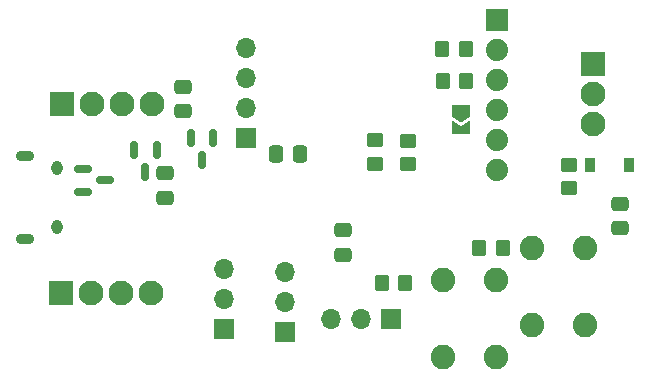
<source format=gbr>
%TF.GenerationSoftware,KiCad,Pcbnew,6.0.11-2627ca5db0~126~ubuntu22.04.1*%
%TF.CreationDate,2023-02-28T23:03:17-05:00*%
%TF.ProjectId,canbus-linbus-bridge,63616e62-7573-42d6-9c69-6e6275732d62,1.0*%
%TF.SameCoordinates,Original*%
%TF.FileFunction,Soldermask,Bot*%
%TF.FilePolarity,Negative*%
%FSLAX46Y46*%
G04 Gerber Fmt 4.6, Leading zero omitted, Abs format (unit mm)*
G04 Created by KiCad (PCBNEW 6.0.11-2627ca5db0~126~ubuntu22.04.1) date 2023-02-28 23:03:17*
%MOMM*%
%LPD*%
G01*
G04 APERTURE LIST*
G04 Aperture macros list*
%AMRoundRect*
0 Rectangle with rounded corners*
0 $1 Rounding radius*
0 $2 $3 $4 $5 $6 $7 $8 $9 X,Y pos of 4 corners*
0 Add a 4 corners polygon primitive as box body*
4,1,4,$2,$3,$4,$5,$6,$7,$8,$9,$2,$3,0*
0 Add four circle primitives for the rounded corners*
1,1,$1+$1,$2,$3*
1,1,$1+$1,$4,$5*
1,1,$1+$1,$6,$7*
1,1,$1+$1,$8,$9*
0 Add four rect primitives between the rounded corners*
20,1,$1+$1,$2,$3,$4,$5,0*
20,1,$1+$1,$4,$5,$6,$7,0*
20,1,$1+$1,$6,$7,$8,$9,0*
20,1,$1+$1,$8,$9,$2,$3,0*%
%AMFreePoly0*
4,1,6,1.000000,0.000000,0.500000,-0.750000,-0.500000,-0.750000,-0.500000,0.750000,0.500000,0.750000,1.000000,0.000000,1.000000,0.000000,$1*%
%AMFreePoly1*
4,1,6,0.500000,-0.750000,-0.650000,-0.750000,-0.150000,0.000000,-0.650000,0.750000,0.500000,0.750000,0.500000,-0.750000,0.500000,-0.750000,$1*%
G04 Aperture macros list end*
%ADD10R,2.100000X2.100000*%
%ADD11C,2.100000*%
%ADD12RoundRect,0.250000X-0.450000X0.350000X-0.450000X-0.350000X0.450000X-0.350000X0.450000X0.350000X0*%
%ADD13RoundRect,0.250000X-0.350000X-0.450000X0.350000X-0.450000X0.350000X0.450000X-0.350000X0.450000X0*%
%ADD14R,0.900000X1.200000*%
%ADD15RoundRect,0.250000X-0.475000X0.337500X-0.475000X-0.337500X0.475000X-0.337500X0.475000X0.337500X0*%
%ADD16R,1.700000X1.700000*%
%ADD17O,1.700000X1.700000*%
%ADD18C,2.082800*%
%ADD19R,1.879600X1.879600*%
%ADD20C,1.879600*%
%ADD21O,0.950000X1.250000*%
%ADD22O,1.550000X0.890000*%
%ADD23RoundRect,0.250000X-0.337500X-0.475000X0.337500X-0.475000X0.337500X0.475000X-0.337500X0.475000X0*%
%ADD24RoundRect,0.150000X-0.150000X0.587500X-0.150000X-0.587500X0.150000X-0.587500X0.150000X0.587500X0*%
%ADD25RoundRect,0.250000X0.350000X0.450000X-0.350000X0.450000X-0.350000X-0.450000X0.350000X-0.450000X0*%
%ADD26RoundRect,0.250000X0.475000X-0.337500X0.475000X0.337500X-0.475000X0.337500X-0.475000X-0.337500X0*%
%ADD27RoundRect,0.150000X-0.587500X-0.150000X0.587500X-0.150000X0.587500X0.150000X-0.587500X0.150000X0*%
%ADD28FreePoly0,270.000000*%
%ADD29FreePoly1,270.000000*%
G04 APERTURE END LIST*
D10*
%TO.C,J4*%
X104600000Y-74720000D03*
D11*
X104600000Y-77260000D03*
X104600000Y-79800000D03*
%TD*%
D12*
%TO.C,R9*%
X102570000Y-83260000D03*
X102570000Y-85260000D03*
%TD*%
%TO.C,R7*%
X86140000Y-81180000D03*
X86140000Y-83180000D03*
%TD*%
%TO.C,R6*%
X88950000Y-81200000D03*
X88950000Y-83200000D03*
%TD*%
D13*
%TO.C,R5*%
X91900000Y-76130000D03*
X93900000Y-76130000D03*
%TD*%
%TO.C,R4*%
X91880000Y-73440000D03*
X93880000Y-73440000D03*
%TD*%
D14*
%TO.C,D1*%
X104400000Y-83240000D03*
X107700000Y-83240000D03*
%TD*%
D15*
%TO.C,C8*%
X106880000Y-88645000D03*
X106880000Y-86570000D03*
%TD*%
D16*
%TO.C,JP2*%
X73400000Y-97140000D03*
D17*
X73400000Y-94600000D03*
X73400000Y-92060000D03*
%TD*%
D10*
%TO.C,J6*%
X59625000Y-94100000D03*
D11*
X62165000Y-94100000D03*
X64705000Y-94100000D03*
X67245000Y-94100000D03*
%TD*%
D16*
%TO.C,J2*%
X87490000Y-96350000D03*
D17*
X84950000Y-96350000D03*
X82410000Y-96350000D03*
%TD*%
D18*
%TO.C,S1*%
X96435600Y-92998800D03*
X96435600Y-99501200D03*
X91914400Y-92998800D03*
X91914400Y-99501200D03*
%TD*%
D19*
%TO.C,J3*%
X96500000Y-70990000D03*
D20*
X96500000Y-73530000D03*
X96500000Y-76070000D03*
X96500000Y-78610000D03*
X96500000Y-81150000D03*
X96500000Y-83690000D03*
%TD*%
D10*
%TO.C,J5*%
X59660000Y-78075000D03*
D11*
X62200000Y-78075000D03*
X64740000Y-78075000D03*
X67280000Y-78075000D03*
%TD*%
D16*
%TO.C,U3*%
X75247300Y-81002600D03*
D17*
X75247300Y-78462600D03*
X75247300Y-75922600D03*
X75247300Y-73382600D03*
%TD*%
D18*
%TO.C,S2*%
X103960600Y-90323800D03*
X103960600Y-96826200D03*
X99439400Y-90323800D03*
X99439400Y-96826200D03*
%TD*%
D21*
%TO.C,J1*%
X59210000Y-83550000D03*
D22*
X56510000Y-82550000D03*
X56510000Y-89550000D03*
D21*
X59210000Y-88550000D03*
%TD*%
D16*
%TO.C,JP3*%
X78525000Y-97425000D03*
D17*
X78525000Y-94885000D03*
X78525000Y-92345000D03*
%TD*%
D23*
%TO.C,C7*%
X77787500Y-82300000D03*
X79862500Y-82300000D03*
%TD*%
D24*
%TO.C,U1*%
X65775000Y-81987500D03*
X67675000Y-81987500D03*
X66725000Y-83862500D03*
%TD*%
D25*
%TO.C,R1*%
X88750000Y-93250000D03*
X86750000Y-93250000D03*
%TD*%
D26*
%TO.C,C2*%
X83450000Y-90887500D03*
X83450000Y-88812500D03*
%TD*%
%TO.C,C3*%
X69900000Y-78712500D03*
X69900000Y-76637500D03*
%TD*%
D15*
%TO.C,C1*%
X68425000Y-83950000D03*
X68425000Y-86025000D03*
%TD*%
D27*
%TO.C,Q2*%
X61437500Y-85525000D03*
X61437500Y-83625000D03*
X63312500Y-84575000D03*
%TD*%
D24*
%TO.C,Q1*%
X70600000Y-81000000D03*
X72500000Y-81000000D03*
X71550000Y-82875000D03*
%TD*%
D28*
%TO.C,JP1*%
X93475000Y-78700000D03*
D29*
X93475000Y-80150000D03*
%TD*%
D13*
%TO.C,R2*%
X95000000Y-90325000D03*
X97000000Y-90325000D03*
%TD*%
M02*

</source>
